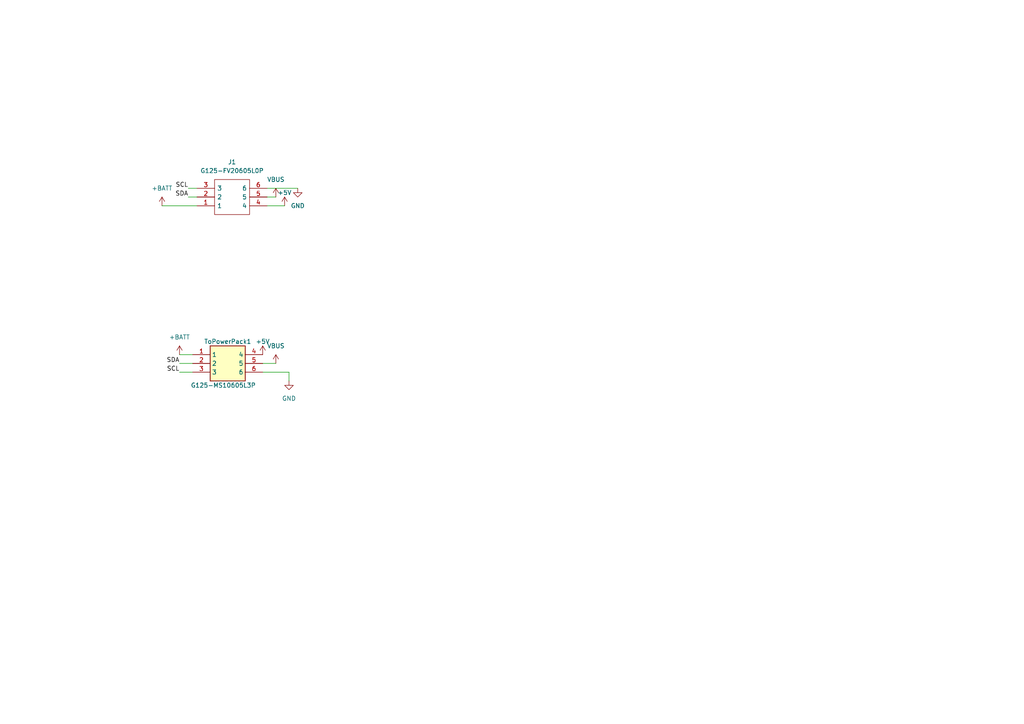
<source format=kicad_sch>
(kicad_sch (version 20230121) (generator eeschema)

  (uuid 3e362e91-2636-41fc-834c-3adae161c2b7)

  (paper "A4")

  (lib_symbols
    (symbol "G125-MS10605L3P:G125-MS10605L3P" (in_bom yes) (on_board yes)
      (property "Reference" "J" (at 16.51 7.62 0)
        (effects (font (size 1.27 1.27)) (justify left top))
      )
      (property "Value" "G125-MS10605L3P" (at 16.51 5.08 0)
        (effects (font (size 1.27 1.27)) (justify left top))
      )
      (property "Footprint" "G125-MS10605L3P" (at 16.51 -94.92 0)
        (effects (font (size 1.27 1.27)) (justify left top) hide)
      )
      (property "Datasheet" "https://cdn.harwin.com/pdfs/G125-MS1XX05L3P.pdf" (at 16.51 -194.92 0)
        (effects (font (size 1.27 1.27)) (justify left top) hide)
      )
      (property "Height" "4.9" (at 16.51 -394.92 0)
        (effects (font (size 1.27 1.27)) (justify left top) hide)
      )
      (property "Mouser Part Number" "855-G125-MS10605L3P" (at 16.51 -494.92 0)
        (effects (font (size 1.27 1.27)) (justify left top) hide)
      )
      (property "Mouser Price/Stock" "https://www.mouser.co.uk/ProductDetail/Harwin/G125-MS10605L3P?qs=bVbPTj9FmA3godBaRbcy7Q%3D%3D" (at 16.51 -594.92 0)
        (effects (font (size 1.27 1.27)) (justify left top) hide)
      )
      (property "Manufacturer_Name" "Harwin" (at 16.51 -694.92 0)
        (effects (font (size 1.27 1.27)) (justify left top) hide)
      )
      (property "Manufacturer_Part_Number" "G125-MS10605L3P" (at 16.51 -794.92 0)
        (effects (font (size 1.27 1.27)) (justify left top) hide)
      )
      (property "ki_description" "Gecko DIL Male Vertical Surface Mount Connector, SMT Latches, gold, pick &amp; place (cut tape packing), 6 contacts" (at 0 0 0)
        (effects (font (size 1.27 1.27)) hide)
      )
      (symbol "G125-MS10605L3P_1_1"
        (rectangle (start 5.08 2.54) (end 15.24 -7.62)
          (stroke (width 0.254) (type default))
          (fill (type background))
        )
        (pin passive line (at 0 0 0) (length 5.08)
          (name "1" (effects (font (size 1.27 1.27))))
          (number "1" (effects (font (size 1.27 1.27))))
        )
        (pin passive line (at 0 -2.54 0) (length 5.08)
          (name "2" (effects (font (size 1.27 1.27))))
          (number "2" (effects (font (size 1.27 1.27))))
        )
        (pin passive line (at 0 -5.08 0) (length 5.08)
          (name "3" (effects (font (size 1.27 1.27))))
          (number "3" (effects (font (size 1.27 1.27))))
        )
        (pin passive line (at 20.32 0 180) (length 5.08)
          (name "4" (effects (font (size 1.27 1.27))))
          (number "4" (effects (font (size 1.27 1.27))))
        )
        (pin passive line (at 20.32 -2.54 180) (length 5.08)
          (name "5" (effects (font (size 1.27 1.27))))
          (number "5" (effects (font (size 1.27 1.27))))
        )
        (pin passive line (at 20.32 -5.08 180) (length 5.08)
          (name "6" (effects (font (size 1.27 1.27))))
          (number "6" (effects (font (size 1.27 1.27))))
        )
      )
    )
    (symbol "SamacSys_Parts:G125-FV20605L0P" (pin_names (offset 0.762)) (in_bom yes) (on_board yes)
      (property "Reference" "J" (at 16.51 7.62 0)
        (effects (font (size 1.27 1.27)) (justify left))
      )
      (property "Value" "G125-FV20605L0P" (at 16.51 5.08 0)
        (effects (font (size 1.27 1.27)) (justify left))
      )
      (property "Footprint" "G125-FV20605L0P" (at 16.51 2.54 0)
        (effects (font (size 1.27 1.27)) (justify left) hide)
      )
      (property "Datasheet" "https://cdn.harwin.com/pdfs/G125-FVXXX05L0P.pdf" (at 16.51 0 0)
        (effects (font (size 1.27 1.27)) (justify left) hide)
      )
      (property "Description" "Gecko DIL Female Vertical 4.5mm Throughboard Connector, gold, pick &amp; place (cut tape packing), 6 contacts" (at 16.51 -2.54 0)
        (effects (font (size 1.27 1.27)) (justify left) hide)
      )
      (property "Height" "6.9" (at 16.51 -5.08 0)
        (effects (font (size 1.27 1.27)) (justify left) hide)
      )
      (property "Mouser Part Number" "855-G125-FV20605L0P" (at 16.51 -7.62 0)
        (effects (font (size 1.27 1.27)) (justify left) hide)
      )
      (property "Mouser Price/Stock" "https://www.mouser.co.uk/ProductDetail/Harwin/G125-FV20605L0P?qs=bVbPTj9FmA2iOnJcH%2FtOow%3D%3D" (at 16.51 -10.16 0)
        (effects (font (size 1.27 1.27)) (justify left) hide)
      )
      (property "Manufacturer_Name" "Harwin" (at 16.51 -12.7 0)
        (effects (font (size 1.27 1.27)) (justify left) hide)
      )
      (property "Manufacturer_Part_Number" "G125-FV20605L0P" (at 16.51 -15.24 0)
        (effects (font (size 1.27 1.27)) (justify left) hide)
      )
      (property "ki_description" "Gecko DIL Female Vertical 4.5mm Throughboard Connector, gold, pick &amp; place (cut tape packing), 6 contacts" (at 0 0 0)
        (effects (font (size 1.27 1.27)) hide)
      )
      (symbol "G125-FV20605L0P_0_0"
        (pin passive line (at 0 -5.08 0) (length 5.08)
          (name "1" (effects (font (size 1.27 1.27))))
          (number "1" (effects (font (size 1.27 1.27))))
        )
        (pin passive line (at 0 -2.54 0) (length 5.08)
          (name "2" (effects (font (size 1.27 1.27))))
          (number "2" (effects (font (size 1.27 1.27))))
        )
        (pin passive line (at 0 0 0) (length 5.08)
          (name "3" (effects (font (size 1.27 1.27))))
          (number "3" (effects (font (size 1.27 1.27))))
        )
        (pin passive line (at 20.32 -5.08 180) (length 5.08)
          (name "4" (effects (font (size 1.27 1.27))))
          (number "4" (effects (font (size 1.27 1.27))))
        )
        (pin passive line (at 20.32 -2.54 180) (length 5.08)
          (name "5" (effects (font (size 1.27 1.27))))
          (number "5" (effects (font (size 1.27 1.27))))
        )
        (pin passive line (at 20.32 0 180) (length 5.08)
          (name "6" (effects (font (size 1.27 1.27))))
          (number "6" (effects (font (size 1.27 1.27))))
        )
      )
      (symbol "G125-FV20605L0P_0_1"
        (polyline
          (pts
            (xy 5.08 2.54)
            (xy 15.24 2.54)
            (xy 15.24 -7.62)
            (xy 5.08 -7.62)
            (xy 5.08 2.54)
          )
          (stroke (width 0.1524) (type solid))
          (fill (type none))
        )
      )
    )
    (symbol "power:+5V" (power) (pin_names (offset 0)) (in_bom yes) (on_board yes)
      (property "Reference" "#PWR" (at 0 -3.81 0)
        (effects (font (size 1.27 1.27)) hide)
      )
      (property "Value" "+5V" (at 0 3.556 0)
        (effects (font (size 1.27 1.27)))
      )
      (property "Footprint" "" (at 0 0 0)
        (effects (font (size 1.27 1.27)) hide)
      )
      (property "Datasheet" "" (at 0 0 0)
        (effects (font (size 1.27 1.27)) hide)
      )
      (property "ki_keywords" "global power" (at 0 0 0)
        (effects (font (size 1.27 1.27)) hide)
      )
      (property "ki_description" "Power symbol creates a global label with name \"+5V\"" (at 0 0 0)
        (effects (font (size 1.27 1.27)) hide)
      )
      (symbol "+5V_0_1"
        (polyline
          (pts
            (xy -0.762 1.27)
            (xy 0 2.54)
          )
          (stroke (width 0) (type default))
          (fill (type none))
        )
        (polyline
          (pts
            (xy 0 0)
            (xy 0 2.54)
          )
          (stroke (width 0) (type default))
          (fill (type none))
        )
        (polyline
          (pts
            (xy 0 2.54)
            (xy 0.762 1.27)
          )
          (stroke (width 0) (type default))
          (fill (type none))
        )
      )
      (symbol "+5V_1_1"
        (pin power_in line (at 0 0 90) (length 0) hide
          (name "+5V" (effects (font (size 1.27 1.27))))
          (number "1" (effects (font (size 1.27 1.27))))
        )
      )
    )
    (symbol "power:+BATT" (power) (pin_names (offset 0)) (in_bom yes) (on_board yes)
      (property "Reference" "#PWR" (at 0 -3.81 0)
        (effects (font (size 1.27 1.27)) hide)
      )
      (property "Value" "+BATT" (at 0 3.556 0)
        (effects (font (size 1.27 1.27)))
      )
      (property "Footprint" "" (at 0 0 0)
        (effects (font (size 1.27 1.27)) hide)
      )
      (property "Datasheet" "" (at 0 0 0)
        (effects (font (size 1.27 1.27)) hide)
      )
      (property "ki_keywords" "global power battery" (at 0 0 0)
        (effects (font (size 1.27 1.27)) hide)
      )
      (property "ki_description" "Power symbol creates a global label with name \"+BATT\"" (at 0 0 0)
        (effects (font (size 1.27 1.27)) hide)
      )
      (symbol "+BATT_0_1"
        (polyline
          (pts
            (xy -0.762 1.27)
            (xy 0 2.54)
          )
          (stroke (width 0) (type default))
          (fill (type none))
        )
        (polyline
          (pts
            (xy 0 0)
            (xy 0 2.54)
          )
          (stroke (width 0) (type default))
          (fill (type none))
        )
        (polyline
          (pts
            (xy 0 2.54)
            (xy 0.762 1.27)
          )
          (stroke (width 0) (type default))
          (fill (type none))
        )
      )
      (symbol "+BATT_1_1"
        (pin power_in line (at 0 0 90) (length 0) hide
          (name "+BATT" (effects (font (size 1.27 1.27))))
          (number "1" (effects (font (size 1.27 1.27))))
        )
      )
    )
    (symbol "power:GND" (power) (pin_names (offset 0)) (in_bom yes) (on_board yes)
      (property "Reference" "#PWR" (at 0 -6.35 0)
        (effects (font (size 1.27 1.27)) hide)
      )
      (property "Value" "GND" (at 0 -3.81 0)
        (effects (font (size 1.27 1.27)))
      )
      (property "Footprint" "" (at 0 0 0)
        (effects (font (size 1.27 1.27)) hide)
      )
      (property "Datasheet" "" (at 0 0 0)
        (effects (font (size 1.27 1.27)) hide)
      )
      (property "ki_keywords" "global power" (at 0 0 0)
        (effects (font (size 1.27 1.27)) hide)
      )
      (property "ki_description" "Power symbol creates a global label with name \"GND\" , ground" (at 0 0 0)
        (effects (font (size 1.27 1.27)) hide)
      )
      (symbol "GND_0_1"
        (polyline
          (pts
            (xy 0 0)
            (xy 0 -1.27)
            (xy 1.27 -1.27)
            (xy 0 -2.54)
            (xy -1.27 -1.27)
            (xy 0 -1.27)
          )
          (stroke (width 0) (type default))
          (fill (type none))
        )
      )
      (symbol "GND_1_1"
        (pin power_in line (at 0 0 270) (length 0) hide
          (name "GND" (effects (font (size 1.27 1.27))))
          (number "1" (effects (font (size 1.27 1.27))))
        )
      )
    )
    (symbol "power:VBUS" (power) (pin_names (offset 0)) (in_bom yes) (on_board yes)
      (property "Reference" "#PWR" (at 0 -3.81 0)
        (effects (font (size 1.27 1.27)) hide)
      )
      (property "Value" "VBUS" (at 0 3.81 0)
        (effects (font (size 1.27 1.27)))
      )
      (property "Footprint" "" (at 0 0 0)
        (effects (font (size 1.27 1.27)) hide)
      )
      (property "Datasheet" "" (at 0 0 0)
        (effects (font (size 1.27 1.27)) hide)
      )
      (property "ki_keywords" "global power" (at 0 0 0)
        (effects (font (size 1.27 1.27)) hide)
      )
      (property "ki_description" "Power symbol creates a global label with name \"VBUS\"" (at 0 0 0)
        (effects (font (size 1.27 1.27)) hide)
      )
      (symbol "VBUS_0_1"
        (polyline
          (pts
            (xy -0.762 1.27)
            (xy 0 2.54)
          )
          (stroke (width 0) (type default))
          (fill (type none))
        )
        (polyline
          (pts
            (xy 0 0)
            (xy 0 2.54)
          )
          (stroke (width 0) (type default))
          (fill (type none))
        )
        (polyline
          (pts
            (xy 0 2.54)
            (xy 0.762 1.27)
          )
          (stroke (width 0) (type default))
          (fill (type none))
        )
      )
      (symbol "VBUS_1_1"
        (pin power_in line (at 0 0 90) (length 0) hide
          (name "VBUS" (effects (font (size 1.27 1.27))))
          (number "1" (effects (font (size 1.27 1.27))))
        )
      )
    )
  )


  (wire (pts (xy 52.07 105.41) (xy 55.88 105.41))
    (stroke (width 0) (type default))
    (uuid 46a79ba8-2d44-40c0-b9fe-f8be2f26e404)
  )
  (wire (pts (xy 52.07 107.95) (xy 55.88 107.95))
    (stroke (width 0) (type default))
    (uuid 724e6f87-73d8-4132-8355-0570116dcb8c)
  )
  (wire (pts (xy 76.2 105.41) (xy 80.01 105.41))
    (stroke (width 0) (type default))
    (uuid 8ba9affb-2696-4509-a3f5-9117c06c844d)
  )
  (wire (pts (xy 83.82 107.95) (xy 76.2 107.95))
    (stroke (width 0) (type default))
    (uuid 8e4ad9c1-d8bb-4155-9ee5-67edd9ddb37f)
  )
  (wire (pts (xy 83.82 107.95) (xy 83.82 110.49))
    (stroke (width 0) (type default))
    (uuid 95a05f2a-30ef-4fc8-8d6a-4c037e50825f)
  )
  (wire (pts (xy 77.47 54.61) (xy 86.36 54.61))
    (stroke (width 0) (type default))
    (uuid ad733396-e37a-4ffa-9a1c-effee37aac54)
  )
  (wire (pts (xy 52.07 102.87) (xy 55.88 102.87))
    (stroke (width 0) (type default))
    (uuid afd938c2-0d22-4f98-b626-e2cf6786063e)
  )
  (wire (pts (xy 46.99 59.69) (xy 57.15 59.69))
    (stroke (width 0) (type default))
    (uuid ba700dd3-bebc-434d-9615-2bcc67bb9da8)
  )
  (wire (pts (xy 77.47 59.69) (xy 82.55 59.69))
    (stroke (width 0) (type default))
    (uuid c76f9217-1182-408a-9bc6-b23c05cc059a)
  )
  (wire (pts (xy 54.61 54.61) (xy 57.15 54.61))
    (stroke (width 0) (type default))
    (uuid c8cccd67-f65c-40ef-8765-9bff86ad4c20)
  )
  (wire (pts (xy 77.47 57.15) (xy 80.01 57.15))
    (stroke (width 0) (type default))
    (uuid ea98406a-eee0-47c4-a60a-9505245da3e0)
  )
  (wire (pts (xy 54.61 57.15) (xy 57.15 57.15))
    (stroke (width 0) (type default))
    (uuid f0ccda7c-51c6-4e0a-ad2c-4c3a35cd40f8)
  )

  (label "SCL" (at 54.61 54.61 180) (fields_autoplaced)
    (effects (font (size 1.27 1.27)) (justify right bottom))
    (uuid 24f634cc-9785-4d94-94a3-2b90d479de3e)
  )
  (label "SCL" (at 52.07 107.95 180) (fields_autoplaced)
    (effects (font (size 1.27 1.27)) (justify right bottom))
    (uuid 7bf7351c-53c4-4e50-8714-1efa8553141a)
  )
  (label "SDA" (at 54.61 57.15 180) (fields_autoplaced)
    (effects (font (size 1.27 1.27)) (justify right bottom))
    (uuid 7f0ecacf-6545-4e8f-b906-89e4c98d0c22)
  )
  (label "SDA" (at 52.07 105.41 180) (fields_autoplaced)
    (effects (font (size 1.27 1.27)) (justify right bottom))
    (uuid ae86483b-a549-464b-9165-4b76ac703cef)
  )

  (symbol (lib_id "power:+BATT") (at 52.07 102.87 0) (unit 1)
    (in_bom yes) (on_board yes) (dnp no) (fields_autoplaced)
    (uuid 008dbb26-15fc-4260-a5d3-ecb8723856c2)
    (property "Reference" "#PWR05" (at 52.07 106.68 0)
      (effects (font (size 1.27 1.27)) hide)
    )
    (property "Value" "+BATT" (at 52.07 97.79 0)
      (effects (font (size 1.27 1.27)))
    )
    (property "Footprint" "" (at 52.07 102.87 0)
      (effects (font (size 1.27 1.27)) hide)
    )
    (property "Datasheet" "" (at 52.07 102.87 0)
      (effects (font (size 1.27 1.27)) hide)
    )
    (pin "1" (uuid 19fcbbdc-61a2-4e5a-bbd4-fb2359eb1dfb))
    (instances
      (project "Connector Bit"
        (path "/3e362e91-2636-41fc-834c-3adae161c2b7"
          (reference "#PWR05") (unit 1)
        )
      )
    )
  )

  (symbol (lib_id "power:+5V") (at 76.2 102.87 0) (unit 1)
    (in_bom yes) (on_board yes) (dnp no) (fields_autoplaced)
    (uuid 05e077d8-9592-4dab-a1c0-c4321162baf1)
    (property "Reference" "#PWR06" (at 76.2 106.68 0)
      (effects (font (size 1.27 1.27)) hide)
    )
    (property "Value" "+5V" (at 76.2 99.06 0)
      (effects (font (size 1.27 1.27)))
    )
    (property "Footprint" "" (at 76.2 102.87 0)
      (effects (font (size 1.27 1.27)) hide)
    )
    (property "Datasheet" "" (at 76.2 102.87 0)
      (effects (font (size 1.27 1.27)) hide)
    )
    (pin "1" (uuid 2b8db2b0-b551-45c5-90fe-15d7c24e2ea3))
    (instances
      (project "Connector Bit"
        (path "/3e362e91-2636-41fc-834c-3adae161c2b7"
          (reference "#PWR06") (unit 1)
        )
      )
    )
  )

  (symbol (lib_id "power:VBUS") (at 80.01 105.41 0) (unit 1)
    (in_bom yes) (on_board yes) (dnp no) (fields_autoplaced)
    (uuid 20f70480-83ce-4fdb-841c-92693a84b56b)
    (property "Reference" "#PWR07" (at 80.01 109.22 0)
      (effects (font (size 1.27 1.27)) hide)
    )
    (property "Value" "VBUS" (at 80.01 100.33 0)
      (effects (font (size 1.27 1.27)))
    )
    (property "Footprint" "" (at 80.01 105.41 0)
      (effects (font (size 1.27 1.27)) hide)
    )
    (property "Datasheet" "" (at 80.01 105.41 0)
      (effects (font (size 1.27 1.27)) hide)
    )
    (pin "1" (uuid 8a6c5264-23da-4d12-b965-41e7c94b5a28))
    (instances
      (project "Connector Bit"
        (path "/3e362e91-2636-41fc-834c-3adae161c2b7"
          (reference "#PWR07") (unit 1)
        )
      )
    )
  )

  (symbol (lib_id "power:GND") (at 86.36 54.61 0) (mirror y) (unit 1)
    (in_bom yes) (on_board yes) (dnp no)
    (uuid 4e7d6483-c0a8-4c49-8c19-7b60cb92415e)
    (property "Reference" "#PWR09" (at 86.36 60.96 0)
      (effects (font (size 1.27 1.27)) hide)
    )
    (property "Value" "GND" (at 86.36 59.69 0)
      (effects (font (size 1.27 1.27)))
    )
    (property "Footprint" "" (at 86.36 54.61 0)
      (effects (font (size 1.27 1.27)) hide)
    )
    (property "Datasheet" "" (at 86.36 54.61 0)
      (effects (font (size 1.27 1.27)) hide)
    )
    (pin "1" (uuid 8ec552f5-5acf-4035-a321-5ec49d99c6a0))
    (instances
      (project "Connector Bit"
        (path "/3e362e91-2636-41fc-834c-3adae161c2b7"
          (reference "#PWR09") (unit 1)
        )
      )
    )
  )

  (symbol (lib_id "SamacSys_Parts:G125-FV20605L0P") (at 57.15 54.61 0) (unit 1)
    (in_bom yes) (on_board yes) (dnp no) (fields_autoplaced)
    (uuid 74f7e000-79d5-45ee-a44d-29afcfa0ef6f)
    (property "Reference" "J1" (at 67.31 46.99 0)
      (effects (font (size 1.27 1.27)))
    )
    (property "Value" "G125-FV20605L0P" (at 67.31 49.53 0)
      (effects (font (size 1.27 1.27)))
    )
    (property "Footprint" "G125-FV20605L0P" (at 73.66 52.07 0)
      (effects (font (size 1.27 1.27)) (justify left) hide)
    )
    (property "Datasheet" "https://cdn.harwin.com/pdfs/G125-FVXXX05L0P.pdf" (at 73.66 54.61 0)
      (effects (font (size 1.27 1.27)) (justify left) hide)
    )
    (property "Description" "Gecko DIL Female Vertical 4.5mm Throughboard Connector, gold, pick &amp; place (cut tape packing), 6 contacts" (at 73.66 57.15 0)
      (effects (font (size 1.27 1.27)) (justify left) hide)
    )
    (property "Height" "6.9" (at 73.66 59.69 0)
      (effects (font (size 1.27 1.27)) (justify left) hide)
    )
    (property "Mouser Part Number" "855-G125-FV20605L0P" (at 73.66 62.23 0)
      (effects (font (size 1.27 1.27)) (justify left) hide)
    )
    (property "Mouser Price/Stock" "https://www.mouser.co.uk/ProductDetail/Harwin/G125-FV20605L0P?qs=bVbPTj9FmA2iOnJcH%2FtOow%3D%3D" (at 73.66 64.77 0)
      (effects (font (size 1.27 1.27)) (justify left) hide)
    )
    (property "Manufacturer_Name" "Harwin" (at 73.66 67.31 0)
      (effects (font (size 1.27 1.27)) (justify left) hide)
    )
    (property "Manufacturer_Part_Number" "G125-FV20605L0P" (at 73.66 69.85 0)
      (effects (font (size 1.27 1.27)) (justify left) hide)
    )
    (pin "1" (uuid 19ffecae-77cf-43df-9d3b-f781828b663c))
    (pin "2" (uuid 47f7b08a-f5e3-4cd3-840c-0a2fc7379b74))
    (pin "3" (uuid a9a5af1e-b276-4219-a922-a82690d770d0))
    (pin "4" (uuid 21a06e01-bf75-4165-8b83-d3ae6cfa4c6d))
    (pin "5" (uuid 87b6544a-ca49-4beb-b122-bbf1a5161c8a))
    (pin "6" (uuid cf28bb68-ca02-425a-9b52-54ee4298ead2))
    (instances
      (project "Connector Bit"
        (path "/3e362e91-2636-41fc-834c-3adae161c2b7"
          (reference "J1") (unit 1)
        )
      )
    )
  )

  (symbol (lib_id "power:+BATT") (at 46.99 59.69 0) (unit 1)
    (in_bom yes) (on_board yes) (dnp no) (fields_autoplaced)
    (uuid a233ab52-a326-410d-ba07-589f5d9a7253)
    (property "Reference" "#PWR010" (at 46.99 63.5 0)
      (effects (font (size 1.27 1.27)) hide)
    )
    (property "Value" "+BATT" (at 46.99 54.61 0)
      (effects (font (size 1.27 1.27)))
    )
    (property "Footprint" "" (at 46.99 59.69 0)
      (effects (font (size 1.27 1.27)) hide)
    )
    (property "Datasheet" "" (at 46.99 59.69 0)
      (effects (font (size 1.27 1.27)) hide)
    )
    (pin "1" (uuid 088e0541-68c6-4ebf-a908-45ae1a41c429))
    (instances
      (project "Connector Bit"
        (path "/3e362e91-2636-41fc-834c-3adae161c2b7"
          (reference "#PWR010") (unit 1)
        )
      )
    )
  )

  (symbol (lib_id "G125-MS10605L3P:G125-MS10605L3P") (at 55.88 102.87 0) (unit 1)
    (in_bom yes) (on_board yes) (dnp no)
    (uuid a8177ffd-f37c-45f2-9b2a-6523a012339b)
    (property "Reference" "ToPowerPack1" (at 66.04 99.06 0)
      (effects (font (size 1.27 1.27)))
    )
    (property "Value" "G125-MS10605L3P" (at 64.77 111.76 0)
      (effects (font (size 1.27 1.27)))
    )
    (property "Footprint" "Connector_PinHeader_2.54mm:PinHeader_1x06_P2.54mm_Horizontal" (at 72.39 197.79 0)
      (effects (font (size 1.27 1.27)) (justify left top) hide)
    )
    (property "Datasheet" "https://cdn.harwin.com/pdfs/G125-MS1XX05L3P.pdf" (at 72.39 297.79 0)
      (effects (font (size 1.27 1.27)) (justify left top) hide)
    )
    (property "Height" "4.9" (at 72.39 497.79 0)
      (effects (font (size 1.27 1.27)) (justify left top) hide)
    )
    (property "Mouser Part Number" "855-G125-MS10605L3P" (at 72.39 597.79 0)
      (effects (font (size 1.27 1.27)) (justify left top) hide)
    )
    (property "Mouser Price/Stock" "https://www.mouser.co.uk/ProductDetail/Harwin/G125-MS10605L3P?qs=bVbPTj9FmA3godBaRbcy7Q%3D%3D" (at 72.39 697.79 0)
      (effects (font (size 1.27 1.27)) (justify left top) hide)
    )
    (property "Manufacturer_Name" "Harwin" (at 72.39 797.79 0)
      (effects (font (size 1.27 1.27)) (justify left top) hide)
    )
    (property "Manufacturer_Part_Number" "G125-MS10605L3P" (at 72.39 897.79 0)
      (effects (font (size 1.27 1.27)) (justify left top) hide)
    )
    (pin "1" (uuid 969db28e-df35-4947-b4b7-e2d1113933f6))
    (pin "2" (uuid 44759183-8fd2-40a1-9d20-83f8bebf4b3a))
    (pin "3" (uuid 48ae596d-9436-4349-8e28-e91dd586b401))
    (pin "4" (uuid 2a5e2fd1-8700-4052-b899-e37d4b9b745c))
    (pin "5" (uuid 5b22e319-21bc-4a7b-b39f-8ef66d034528))
    (pin "6" (uuid 0c78dfc0-e9ff-435d-9328-3fe07b14f3b3))
    (instances
      (project "Connector Bit"
        (path "/3e362e91-2636-41fc-834c-3adae161c2b7"
          (reference "ToPowerPack1") (unit 1)
        )
      )
    )
  )

  (symbol (lib_id "power:+5V") (at 82.55 59.69 0) (unit 1)
    (in_bom yes) (on_board yes) (dnp no) (fields_autoplaced)
    (uuid c8deb475-9a51-4d82-9298-16bc47a7402a)
    (property "Reference" "#PWR01" (at 82.55 63.5 0)
      (effects (font (size 1.27 1.27)) hide)
    )
    (property "Value" "+5V" (at 82.55 55.88 0)
      (effects (font (size 1.27 1.27)))
    )
    (property "Footprint" "" (at 82.55 59.69 0)
      (effects (font (size 1.27 1.27)) hide)
    )
    (property "Datasheet" "" (at 82.55 59.69 0)
      (effects (font (size 1.27 1.27)) hide)
    )
    (pin "1" (uuid 8d5d25fb-1f67-4688-ba32-9dadeae5f8a2))
    (instances
      (project "Connector Bit"
        (path "/3e362e91-2636-41fc-834c-3adae161c2b7"
          (reference "#PWR01") (unit 1)
        )
      )
    )
  )

  (symbol (lib_id "power:GND") (at 83.82 110.49 0) (mirror y) (unit 1)
    (in_bom yes) (on_board yes) (dnp no)
    (uuid d533be48-017a-4c62-b94d-1fd138d281b1)
    (property "Reference" "#PWR08" (at 83.82 116.84 0)
      (effects (font (size 1.27 1.27)) hide)
    )
    (property "Value" "GND" (at 83.82 115.57 0)
      (effects (font (size 1.27 1.27)))
    )
    (property "Footprint" "" (at 83.82 110.49 0)
      (effects (font (size 1.27 1.27)) hide)
    )
    (property "Datasheet" "" (at 83.82 110.49 0)
      (effects (font (size 1.27 1.27)) hide)
    )
    (pin "1" (uuid f35480b1-ff23-4000-a661-f03e4d3fc9c9))
    (instances
      (project "Connector Bit"
        (path "/3e362e91-2636-41fc-834c-3adae161c2b7"
          (reference "#PWR08") (unit 1)
        )
      )
    )
  )

  (symbol (lib_id "power:VBUS") (at 80.01 57.15 0) (unit 1)
    (in_bom yes) (on_board yes) (dnp no) (fields_autoplaced)
    (uuid eb6028c7-d8a3-41b2-a9f4-3a9af46b5525)
    (property "Reference" "#PWR02" (at 80.01 60.96 0)
      (effects (font (size 1.27 1.27)) hide)
    )
    (property "Value" "VBUS" (at 80.01 52.07 0)
      (effects (font (size 1.27 1.27)))
    )
    (property "Footprint" "" (at 80.01 57.15 0)
      (effects (font (size 1.27 1.27)) hide)
    )
    (property "Datasheet" "" (at 80.01 57.15 0)
      (effects (font (size 1.27 1.27)) hide)
    )
    (pin "1" (uuid 36769bb7-fe17-4b2c-b422-9103c686b190))
    (instances
      (project "Connector Bit"
        (path "/3e362e91-2636-41fc-834c-3adae161c2b7"
          (reference "#PWR02") (unit 1)
        )
      )
    )
  )

  (sheet_instances
    (path "/" (page "1"))
  )
)

</source>
